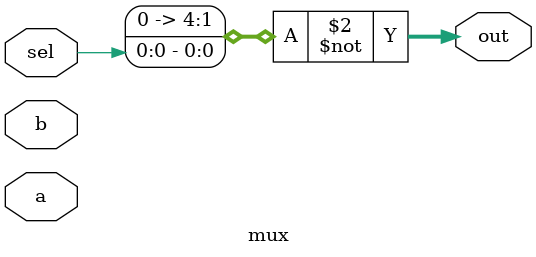
<source format=v>
module mux( 
input [4:0] a, b,
input sel,
output [4:0] out );
// When sel=0, assign a to out. 
// When sel=1, assign b to out.
assign out = ~sel;
endmodule

</source>
